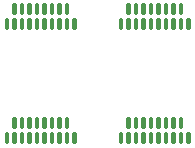
<source format=gtp>
G75*
%MOIN*%
%OFA0B0*%
%FSLAX25Y25*%
%IPPOS*%
%LPD*%
%AMOC8*
5,1,8,0,0,1.08239X$1,22.5*
%
%ADD10C,0.01350*%
D10*
X0008125Y0015675D02*
X0008125Y0018325D01*
X0008275Y0018325D01*
X0008275Y0015675D01*
X0008125Y0015675D01*
X0008125Y0017024D02*
X0008275Y0017024D01*
X0010625Y0018325D02*
X0010625Y0015675D01*
X0010625Y0018325D02*
X0010775Y0018325D01*
X0010775Y0015675D01*
X0010625Y0015675D01*
X0010625Y0017024D02*
X0010775Y0017024D01*
X0013125Y0018325D02*
X0013125Y0015675D01*
X0013125Y0018325D02*
X0013275Y0018325D01*
X0013275Y0015675D01*
X0013125Y0015675D01*
X0013125Y0017024D02*
X0013275Y0017024D01*
X0015625Y0018325D02*
X0015625Y0015675D01*
X0015625Y0018325D02*
X0015775Y0018325D01*
X0015775Y0015675D01*
X0015625Y0015675D01*
X0015625Y0017024D02*
X0015775Y0017024D01*
X0018125Y0018325D02*
X0018125Y0015675D01*
X0018125Y0018325D02*
X0018275Y0018325D01*
X0018275Y0015675D01*
X0018125Y0015675D01*
X0018125Y0017024D02*
X0018275Y0017024D01*
X0020625Y0018325D02*
X0020625Y0015675D01*
X0020625Y0018325D02*
X0020775Y0018325D01*
X0020775Y0015675D01*
X0020625Y0015675D01*
X0020625Y0017024D02*
X0020775Y0017024D01*
X0023125Y0018325D02*
X0023125Y0015675D01*
X0023125Y0018325D02*
X0023275Y0018325D01*
X0023275Y0015675D01*
X0023125Y0015675D01*
X0023125Y0017024D02*
X0023275Y0017024D01*
X0025625Y0018325D02*
X0025625Y0015675D01*
X0025625Y0018325D02*
X0025775Y0018325D01*
X0025775Y0015675D01*
X0025625Y0015675D01*
X0025625Y0017024D02*
X0025775Y0017024D01*
X0028125Y0018325D02*
X0028125Y0015675D01*
X0028125Y0018325D02*
X0028275Y0018325D01*
X0028275Y0015675D01*
X0028125Y0015675D01*
X0028125Y0017024D02*
X0028275Y0017024D01*
X0030625Y0018325D02*
X0030625Y0015675D01*
X0030625Y0018325D02*
X0030775Y0018325D01*
X0030775Y0015675D01*
X0030625Y0015675D01*
X0030625Y0017024D02*
X0030775Y0017024D01*
X0028125Y0020675D02*
X0028125Y0023325D01*
X0028275Y0023325D01*
X0028275Y0020675D01*
X0028125Y0020675D01*
X0028125Y0022024D02*
X0028275Y0022024D01*
X0025625Y0023325D02*
X0025625Y0020675D01*
X0025625Y0023325D02*
X0025775Y0023325D01*
X0025775Y0020675D01*
X0025625Y0020675D01*
X0025625Y0022024D02*
X0025775Y0022024D01*
X0023125Y0023325D02*
X0023125Y0020675D01*
X0023125Y0023325D02*
X0023275Y0023325D01*
X0023275Y0020675D01*
X0023125Y0020675D01*
X0023125Y0022024D02*
X0023275Y0022024D01*
X0020625Y0023325D02*
X0020625Y0020675D01*
X0020625Y0023325D02*
X0020775Y0023325D01*
X0020775Y0020675D01*
X0020625Y0020675D01*
X0020625Y0022024D02*
X0020775Y0022024D01*
X0018125Y0023325D02*
X0018125Y0020675D01*
X0018125Y0023325D02*
X0018275Y0023325D01*
X0018275Y0020675D01*
X0018125Y0020675D01*
X0018125Y0022024D02*
X0018275Y0022024D01*
X0015625Y0023325D02*
X0015625Y0020675D01*
X0015625Y0023325D02*
X0015775Y0023325D01*
X0015775Y0020675D01*
X0015625Y0020675D01*
X0015625Y0022024D02*
X0015775Y0022024D01*
X0013125Y0023325D02*
X0013125Y0020675D01*
X0013125Y0023325D02*
X0013275Y0023325D01*
X0013275Y0020675D01*
X0013125Y0020675D01*
X0013125Y0022024D02*
X0013275Y0022024D01*
X0010625Y0023325D02*
X0010625Y0020675D01*
X0010625Y0023325D02*
X0010775Y0023325D01*
X0010775Y0020675D01*
X0010625Y0020675D01*
X0010625Y0022024D02*
X0010775Y0022024D01*
X0010625Y0053675D02*
X0010625Y0056325D01*
X0010775Y0056325D01*
X0010775Y0053675D01*
X0010625Y0053675D01*
X0010625Y0055024D02*
X0010775Y0055024D01*
X0008125Y0056325D02*
X0008125Y0053675D01*
X0008125Y0056325D02*
X0008275Y0056325D01*
X0008275Y0053675D01*
X0008125Y0053675D01*
X0008125Y0055024D02*
X0008275Y0055024D01*
X0010625Y0058675D02*
X0010625Y0061325D01*
X0010775Y0061325D01*
X0010775Y0058675D01*
X0010625Y0058675D01*
X0010625Y0060024D02*
X0010775Y0060024D01*
X0013125Y0061325D02*
X0013125Y0058675D01*
X0013125Y0061325D02*
X0013275Y0061325D01*
X0013275Y0058675D01*
X0013125Y0058675D01*
X0013125Y0060024D02*
X0013275Y0060024D01*
X0015625Y0061325D02*
X0015625Y0058675D01*
X0015625Y0061325D02*
X0015775Y0061325D01*
X0015775Y0058675D01*
X0015625Y0058675D01*
X0015625Y0060024D02*
X0015775Y0060024D01*
X0018125Y0061325D02*
X0018125Y0058675D01*
X0018125Y0061325D02*
X0018275Y0061325D01*
X0018275Y0058675D01*
X0018125Y0058675D01*
X0018125Y0060024D02*
X0018275Y0060024D01*
X0020625Y0061325D02*
X0020625Y0058675D01*
X0020625Y0061325D02*
X0020775Y0061325D01*
X0020775Y0058675D01*
X0020625Y0058675D01*
X0020625Y0060024D02*
X0020775Y0060024D01*
X0023125Y0061325D02*
X0023125Y0058675D01*
X0023125Y0061325D02*
X0023275Y0061325D01*
X0023275Y0058675D01*
X0023125Y0058675D01*
X0023125Y0060024D02*
X0023275Y0060024D01*
X0025625Y0061325D02*
X0025625Y0058675D01*
X0025625Y0061325D02*
X0025775Y0061325D01*
X0025775Y0058675D01*
X0025625Y0058675D01*
X0025625Y0060024D02*
X0025775Y0060024D01*
X0028125Y0061325D02*
X0028125Y0058675D01*
X0028125Y0061325D02*
X0028275Y0061325D01*
X0028275Y0058675D01*
X0028125Y0058675D01*
X0028125Y0060024D02*
X0028275Y0060024D01*
X0028125Y0056325D02*
X0028125Y0053675D01*
X0028125Y0056325D02*
X0028275Y0056325D01*
X0028275Y0053675D01*
X0028125Y0053675D01*
X0028125Y0055024D02*
X0028275Y0055024D01*
X0030625Y0056325D02*
X0030625Y0053675D01*
X0030625Y0056325D02*
X0030775Y0056325D01*
X0030775Y0053675D01*
X0030625Y0053675D01*
X0030625Y0055024D02*
X0030775Y0055024D01*
X0025625Y0056325D02*
X0025625Y0053675D01*
X0025625Y0056325D02*
X0025775Y0056325D01*
X0025775Y0053675D01*
X0025625Y0053675D01*
X0025625Y0055024D02*
X0025775Y0055024D01*
X0023125Y0056325D02*
X0023125Y0053675D01*
X0023125Y0056325D02*
X0023275Y0056325D01*
X0023275Y0053675D01*
X0023125Y0053675D01*
X0023125Y0055024D02*
X0023275Y0055024D01*
X0020625Y0056325D02*
X0020625Y0053675D01*
X0020625Y0056325D02*
X0020775Y0056325D01*
X0020775Y0053675D01*
X0020625Y0053675D01*
X0020625Y0055024D02*
X0020775Y0055024D01*
X0018125Y0056325D02*
X0018125Y0053675D01*
X0018125Y0056325D02*
X0018275Y0056325D01*
X0018275Y0053675D01*
X0018125Y0053675D01*
X0018125Y0055024D02*
X0018275Y0055024D01*
X0015625Y0056325D02*
X0015625Y0053675D01*
X0015625Y0056325D02*
X0015775Y0056325D01*
X0015775Y0053675D01*
X0015625Y0053675D01*
X0015625Y0055024D02*
X0015775Y0055024D01*
X0013125Y0056325D02*
X0013125Y0053675D01*
X0013125Y0056325D02*
X0013275Y0056325D01*
X0013275Y0053675D01*
X0013125Y0053675D01*
X0013125Y0055024D02*
X0013275Y0055024D01*
X0046125Y0056325D02*
X0046125Y0053675D01*
X0046125Y0056325D02*
X0046275Y0056325D01*
X0046275Y0053675D01*
X0046125Y0053675D01*
X0046125Y0055024D02*
X0046275Y0055024D01*
X0048625Y0056325D02*
X0048625Y0053675D01*
X0048625Y0056325D02*
X0048775Y0056325D01*
X0048775Y0053675D01*
X0048625Y0053675D01*
X0048625Y0055024D02*
X0048775Y0055024D01*
X0051125Y0056325D02*
X0051125Y0053675D01*
X0051125Y0056325D02*
X0051275Y0056325D01*
X0051275Y0053675D01*
X0051125Y0053675D01*
X0051125Y0055024D02*
X0051275Y0055024D01*
X0053625Y0056325D02*
X0053625Y0053675D01*
X0053625Y0056325D02*
X0053775Y0056325D01*
X0053775Y0053675D01*
X0053625Y0053675D01*
X0053625Y0055024D02*
X0053775Y0055024D01*
X0056125Y0056325D02*
X0056125Y0053675D01*
X0056125Y0056325D02*
X0056275Y0056325D01*
X0056275Y0053675D01*
X0056125Y0053675D01*
X0056125Y0055024D02*
X0056275Y0055024D01*
X0058625Y0056325D02*
X0058625Y0053675D01*
X0058625Y0056325D02*
X0058775Y0056325D01*
X0058775Y0053675D01*
X0058625Y0053675D01*
X0058625Y0055024D02*
X0058775Y0055024D01*
X0061125Y0056325D02*
X0061125Y0053675D01*
X0061125Y0056325D02*
X0061275Y0056325D01*
X0061275Y0053675D01*
X0061125Y0053675D01*
X0061125Y0055024D02*
X0061275Y0055024D01*
X0063625Y0056325D02*
X0063625Y0053675D01*
X0063625Y0056325D02*
X0063775Y0056325D01*
X0063775Y0053675D01*
X0063625Y0053675D01*
X0063625Y0055024D02*
X0063775Y0055024D01*
X0066125Y0056325D02*
X0066125Y0053675D01*
X0066125Y0056325D02*
X0066275Y0056325D01*
X0066275Y0053675D01*
X0066125Y0053675D01*
X0066125Y0055024D02*
X0066275Y0055024D01*
X0068625Y0056325D02*
X0068625Y0053675D01*
X0068625Y0056325D02*
X0068775Y0056325D01*
X0068775Y0053675D01*
X0068625Y0053675D01*
X0068625Y0055024D02*
X0068775Y0055024D01*
X0066125Y0058675D02*
X0066125Y0061325D01*
X0066275Y0061325D01*
X0066275Y0058675D01*
X0066125Y0058675D01*
X0066125Y0060024D02*
X0066275Y0060024D01*
X0063625Y0061325D02*
X0063625Y0058675D01*
X0063625Y0061325D02*
X0063775Y0061325D01*
X0063775Y0058675D01*
X0063625Y0058675D01*
X0063625Y0060024D02*
X0063775Y0060024D01*
X0061125Y0061325D02*
X0061125Y0058675D01*
X0061125Y0061325D02*
X0061275Y0061325D01*
X0061275Y0058675D01*
X0061125Y0058675D01*
X0061125Y0060024D02*
X0061275Y0060024D01*
X0058625Y0061325D02*
X0058625Y0058675D01*
X0058625Y0061325D02*
X0058775Y0061325D01*
X0058775Y0058675D01*
X0058625Y0058675D01*
X0058625Y0060024D02*
X0058775Y0060024D01*
X0056125Y0061325D02*
X0056125Y0058675D01*
X0056125Y0061325D02*
X0056275Y0061325D01*
X0056275Y0058675D01*
X0056125Y0058675D01*
X0056125Y0060024D02*
X0056275Y0060024D01*
X0053625Y0061325D02*
X0053625Y0058675D01*
X0053625Y0061325D02*
X0053775Y0061325D01*
X0053775Y0058675D01*
X0053625Y0058675D01*
X0053625Y0060024D02*
X0053775Y0060024D01*
X0051125Y0061325D02*
X0051125Y0058675D01*
X0051125Y0061325D02*
X0051275Y0061325D01*
X0051275Y0058675D01*
X0051125Y0058675D01*
X0051125Y0060024D02*
X0051275Y0060024D01*
X0048625Y0061325D02*
X0048625Y0058675D01*
X0048625Y0061325D02*
X0048775Y0061325D01*
X0048775Y0058675D01*
X0048625Y0058675D01*
X0048625Y0060024D02*
X0048775Y0060024D01*
X0048625Y0023325D02*
X0048625Y0020675D01*
X0048625Y0023325D02*
X0048775Y0023325D01*
X0048775Y0020675D01*
X0048625Y0020675D01*
X0048625Y0022024D02*
X0048775Y0022024D01*
X0051125Y0023325D02*
X0051125Y0020675D01*
X0051125Y0023325D02*
X0051275Y0023325D01*
X0051275Y0020675D01*
X0051125Y0020675D01*
X0051125Y0022024D02*
X0051275Y0022024D01*
X0053625Y0023325D02*
X0053625Y0020675D01*
X0053625Y0023325D02*
X0053775Y0023325D01*
X0053775Y0020675D01*
X0053625Y0020675D01*
X0053625Y0022024D02*
X0053775Y0022024D01*
X0056125Y0023325D02*
X0056125Y0020675D01*
X0056125Y0023325D02*
X0056275Y0023325D01*
X0056275Y0020675D01*
X0056125Y0020675D01*
X0056125Y0022024D02*
X0056275Y0022024D01*
X0058625Y0023325D02*
X0058625Y0020675D01*
X0058625Y0023325D02*
X0058775Y0023325D01*
X0058775Y0020675D01*
X0058625Y0020675D01*
X0058625Y0022024D02*
X0058775Y0022024D01*
X0061125Y0023325D02*
X0061125Y0020675D01*
X0061125Y0023325D02*
X0061275Y0023325D01*
X0061275Y0020675D01*
X0061125Y0020675D01*
X0061125Y0022024D02*
X0061275Y0022024D01*
X0063625Y0023325D02*
X0063625Y0020675D01*
X0063625Y0023325D02*
X0063775Y0023325D01*
X0063775Y0020675D01*
X0063625Y0020675D01*
X0063625Y0022024D02*
X0063775Y0022024D01*
X0066125Y0023325D02*
X0066125Y0020675D01*
X0066125Y0023325D02*
X0066275Y0023325D01*
X0066275Y0020675D01*
X0066125Y0020675D01*
X0066125Y0022024D02*
X0066275Y0022024D01*
X0066125Y0018325D02*
X0066125Y0015675D01*
X0066125Y0018325D02*
X0066275Y0018325D01*
X0066275Y0015675D01*
X0066125Y0015675D01*
X0066125Y0017024D02*
X0066275Y0017024D01*
X0068625Y0018325D02*
X0068625Y0015675D01*
X0068625Y0018325D02*
X0068775Y0018325D01*
X0068775Y0015675D01*
X0068625Y0015675D01*
X0068625Y0017024D02*
X0068775Y0017024D01*
X0063625Y0018325D02*
X0063625Y0015675D01*
X0063625Y0018325D02*
X0063775Y0018325D01*
X0063775Y0015675D01*
X0063625Y0015675D01*
X0063625Y0017024D02*
X0063775Y0017024D01*
X0061125Y0018325D02*
X0061125Y0015675D01*
X0061125Y0018325D02*
X0061275Y0018325D01*
X0061275Y0015675D01*
X0061125Y0015675D01*
X0061125Y0017024D02*
X0061275Y0017024D01*
X0058625Y0018325D02*
X0058625Y0015675D01*
X0058625Y0018325D02*
X0058775Y0018325D01*
X0058775Y0015675D01*
X0058625Y0015675D01*
X0058625Y0017024D02*
X0058775Y0017024D01*
X0056125Y0018325D02*
X0056125Y0015675D01*
X0056125Y0018325D02*
X0056275Y0018325D01*
X0056275Y0015675D01*
X0056125Y0015675D01*
X0056125Y0017024D02*
X0056275Y0017024D01*
X0053625Y0018325D02*
X0053625Y0015675D01*
X0053625Y0018325D02*
X0053775Y0018325D01*
X0053775Y0015675D01*
X0053625Y0015675D01*
X0053625Y0017024D02*
X0053775Y0017024D01*
X0051125Y0018325D02*
X0051125Y0015675D01*
X0051125Y0018325D02*
X0051275Y0018325D01*
X0051275Y0015675D01*
X0051125Y0015675D01*
X0051125Y0017024D02*
X0051275Y0017024D01*
X0048625Y0018325D02*
X0048625Y0015675D01*
X0048625Y0018325D02*
X0048775Y0018325D01*
X0048775Y0015675D01*
X0048625Y0015675D01*
X0048625Y0017024D02*
X0048775Y0017024D01*
X0046125Y0018325D02*
X0046125Y0015675D01*
X0046125Y0018325D02*
X0046275Y0018325D01*
X0046275Y0015675D01*
X0046125Y0015675D01*
X0046125Y0017024D02*
X0046275Y0017024D01*
M02*

</source>
